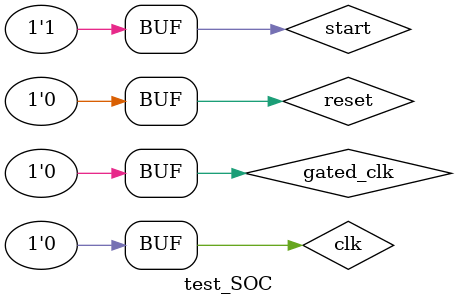
<source format=sv>
module test_SOC;

    // Inputs
    logic reset;
    logic clk;
    logic start;

    // Outputs
    logic ledr_n, ledg_n;

    // Waveform dump
    initial begin
        $dumpfile("waveform.vcd");
        $dumpvars(0, test_SOC);
        $dumpvars(1, test_SOC.bram_mmio.ram0[100]);
        $dumpvars(1, test_SOC.bram_mmio.ram1[100]);
        $dumpvars(1, test_SOC.bram_mmio.ram2[100]);
        $dumpvars(1, test_SOC.bram_mmio.ram3[100]);
        $dumpvars(1, test_SOC.bram_mmio.ram0[101]);
        $dumpvars(1, test_SOC.bram_mmio.ram1[102]);
        $dumpvars(1, test_SOC.bram_mmio.ram2[103]);
        $dumpvars(1, test_SOC.bram_mmio.ram3[104]);
        $dumpvars(1, test_SOC.cpu.RegFile[1]);
        $dumpvars(1, test_SOC.cpu.RegFile[2]);
        $dumpvars(1, test_SOC.cpu.RegFile[5]);
        $dumpvars(1, test_SOC.cpu.RegFile[11]);
        $dumpvars(1, test_SOC.cpu.RegFile[14]);
        $dumpvars(1, test_SOC.cpu.RegFile[15]);
    end

    // BUS
    logic [31:0] TomemReadData, memAddress, memWriteData;
    logic [31:0] bramReadData, gpioReadData;
    logic [3:0] byteMask;
    logic memWrite;

    // Clock generation
    initial begin
        clk = 0;
        repeat (5000) begin
            #5 clk = ~clk;  // Generate clock signal with period 10 time units
        end
    end

    assign gated_clk = clk;

    // Test reset signal
    initial begin
        reset = 1;
        #10;
        reset = 0;
    end

    // Enable start signal
    initial begin
        start = 0;
        #50;
        start = 1;
    end

    // Monitor outputs
    initial begin
        //$monitor("At time %t, reset = %0b, ledr_n = %0b, ledg_n = %0b", $time, reset, ledr_n, ledg_n);
        $monitor("At time %t, ledr_n = %0b, ledg_n = %0b", $time, ledr_n, ledg_n);
    end

    // Waveform dump
    initial begin
        $dumpfile("waveform.vcd");
        $dumpvars(0, test_SOC);
    end

    // Instantiate CPU
    CPU cpu (
        .TomemReadData(TomemReadData),
        .memAddress(memAddress),
        .memWriteData(memWriteData),
        .byteMask(byteMask),
        .memWrite(memWrite),
        .reset(reset),
        .clk(clk)  // Use gated clock
    );

    // Memory decoder for the mmio.
    // 32'h0000_0000 - 32'h0000_07ff BRAM // Change to flash spi soon
    // 32'hFFFF_FFF0 - 32'hFFFF_FFF3 GPIO
    BRAM_MMIO bram_mmio (
        .clk(clk),  // Use gated clock
        .memAddress(memAddress),
        .memWriteData(memWriteData),
        .memWrite(memWrite),
        .memReadData(bramReadData), .byteMask(byteMask)
    );
    GPIO_MMIO gpio_mmio (
        .clk(clk),  // Use gated clock
        .memAddress(memAddress),
        .memWriteData(memWriteData),
        .memWrite(memWrite),
        .byteMask(byteMask),
        .memReadData(gpioReadData),
        .ledr_n(ledr_n), .ledg_n(ledg_n)
    );
    logic test, test2;
    assign test = memAddress >= 32'h0000_0000 && memAddress <= 32'h0000_01FF;
    assign test2 = memAddress >= 32'hFFFF_FFF0 && memAddress <= 32'hFFFF_FFF3;

    // Introduce a 1-cycle delay for the memory address since one memory access is its own state
    // Memory accesses are sequential, but we compare the address combinational, so it result in a mismatch
    // Since the data is only available in the next cycle but by then the address has changed
    // So we save the original address used to access the memory and use that to compare the data
    logic [31:0] delayedMemAddress;
    always_ff @(posedge clk or posedge reset) begin
        if (reset) begin
            delayedMemAddress <= 32'h0000_0000;  // Reset condition
        end else begin
            delayedMemAddress <= memAddress;     // Capture the address each cycle
        end
    end

    // Multiplexer for memReadData
    always_comb begin
        // BRAM
        if (delayedMemAddress >= bram_mmio.BASE_MEMORY && delayedMemAddress <= bram_mmio.TOP_MEMORY) begin
            TomemReadData = bramReadData;
        end else if (delayedMemAddress >= gpio_mmio.BASE_MEMORY && delayedMemAddress <= gpio_mmio.TOP_MEMORY) begin
            TomemReadData = gpioReadData;
        end else begin
            TomemReadData = 32'h0000_0000;
        end
    end

endmodule

</source>
